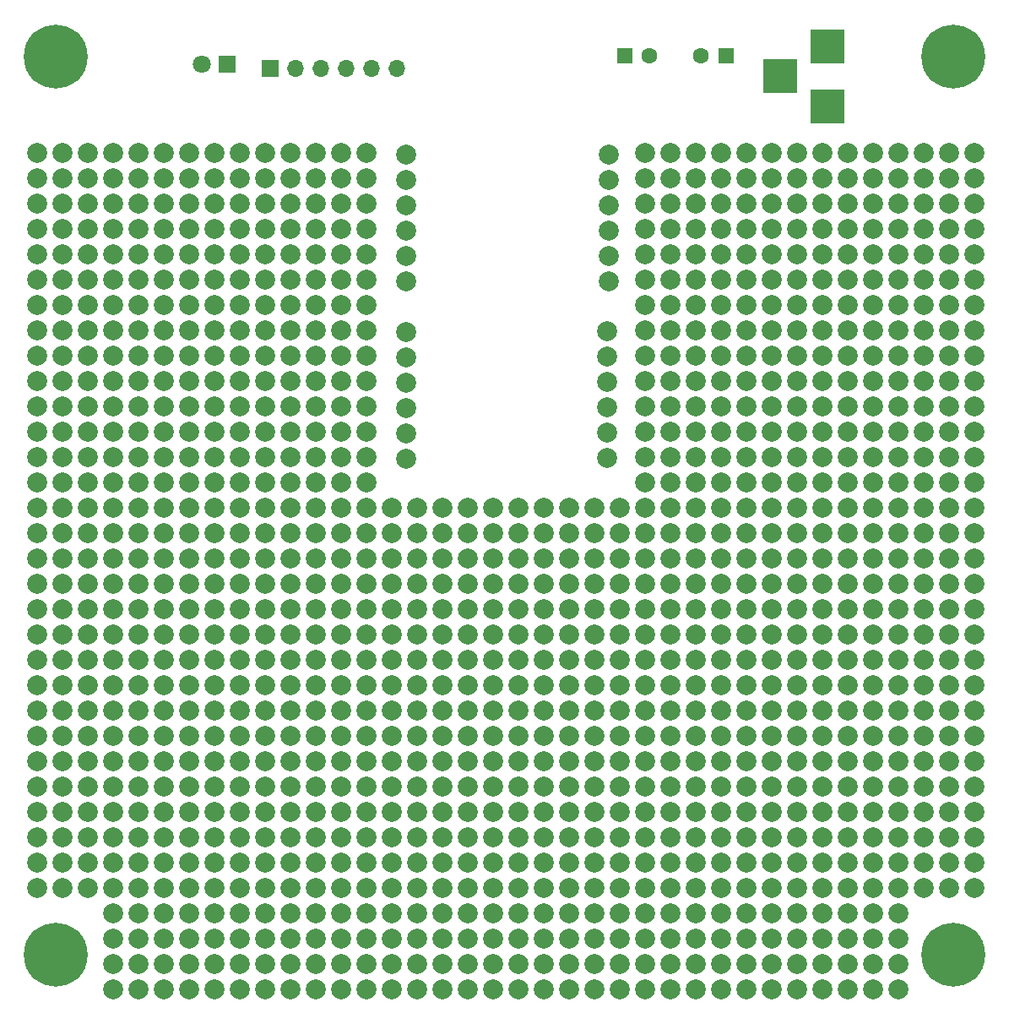
<source format=gbr>
G04 #@! TF.FileFunction,Soldermask,Bot*
%FSLAX46Y46*%
G04 Gerber Fmt 4.6, Leading zero omitted, Abs format (unit mm)*
G04 Created by KiCad (PCBNEW 4.0.6) date 07/25/17 01:14:20*
%MOMM*%
%LPD*%
G01*
G04 APERTURE LIST*
%ADD10C,0.100000*%
%ADD11C,2.000000*%
%ADD12C,6.400000*%
%ADD13R,1.600000X1.600000*%
%ADD14C,1.600000*%
%ADD15R,1.700000X1.700000*%
%ADD16O,1.700000X1.700000*%
%ADD17R,3.500000X3.500000*%
%ADD18R,1.800000X1.800000*%
%ADD19C,1.800000*%
G04 APERTURE END LIST*
D10*
D11*
X143510000Y-125095000D03*
X146050000Y-125095000D03*
X138430000Y-125095000D03*
X135890000Y-125095000D03*
X133350000Y-125095000D03*
X140970000Y-125095000D03*
X128270000Y-125095000D03*
X130810000Y-125095000D03*
X125730000Y-125095000D03*
X123190000Y-125095000D03*
X138430000Y-127635000D03*
X138430000Y-132715000D03*
X138430000Y-130175000D03*
X140970000Y-130175000D03*
X140970000Y-132715000D03*
X140970000Y-127635000D03*
X135890000Y-127635000D03*
X133350000Y-132715000D03*
X133350000Y-130175000D03*
X135890000Y-130175000D03*
X135890000Y-132715000D03*
X133350000Y-127635000D03*
X128270000Y-127635000D03*
X130810000Y-130175000D03*
X130810000Y-132715000D03*
X128270000Y-130175000D03*
X130810000Y-127635000D03*
X123190000Y-127635000D03*
X125730000Y-127635000D03*
X125730000Y-130175000D03*
X123190000Y-132715000D03*
X125730000Y-132715000D03*
X128270000Y-132715000D03*
X123190000Y-130175000D03*
X123190000Y-135255000D03*
X123190000Y-137795000D03*
X123190000Y-140335000D03*
X125730000Y-135255000D03*
X128270000Y-135255000D03*
X128270000Y-137795000D03*
X130810000Y-137795000D03*
X130810000Y-135255000D03*
X128270000Y-140335000D03*
X146050000Y-127635000D03*
X143510000Y-127635000D03*
X146050000Y-130175000D03*
X143510000Y-130175000D03*
X143510000Y-132715000D03*
X146050000Y-132715000D03*
X146050000Y-137795000D03*
X146050000Y-135255000D03*
X146050000Y-140335000D03*
X135890000Y-137795000D03*
X133350000Y-135255000D03*
X133350000Y-140335000D03*
X135890000Y-140335000D03*
X135890000Y-135255000D03*
X133350000Y-137795000D03*
X143510000Y-137795000D03*
X138430000Y-137795000D03*
X140970000Y-135255000D03*
X140970000Y-137795000D03*
X143510000Y-135255000D03*
X138430000Y-135255000D03*
X143510000Y-140335000D03*
X140970000Y-140335000D03*
X138430000Y-140335000D03*
X125730000Y-137795000D03*
X125730000Y-140335000D03*
X130810000Y-140335000D03*
X151130000Y-89535000D03*
X153670000Y-89535000D03*
X161290000Y-89535000D03*
X156210000Y-89535000D03*
X158750000Y-89535000D03*
X148590000Y-89535000D03*
X156210000Y-92075000D03*
X151130000Y-92075000D03*
X153670000Y-92075000D03*
X148590000Y-92075000D03*
X158750000Y-92075000D03*
X161290000Y-92075000D03*
X168910000Y-92075000D03*
X171450000Y-92075000D03*
X166370000Y-89535000D03*
X163830000Y-89535000D03*
X166370000Y-92075000D03*
X163830000Y-92075000D03*
X179070000Y-92075000D03*
X181610000Y-92075000D03*
X176530000Y-92075000D03*
X173990000Y-92075000D03*
X168910000Y-89535000D03*
X179070000Y-89535000D03*
X181610000Y-89535000D03*
X171450000Y-89535000D03*
X173990000Y-89535000D03*
X176530000Y-89535000D03*
X97790000Y-92075000D03*
X87630000Y-89535000D03*
X90170000Y-89535000D03*
X92710000Y-89535000D03*
X95250000Y-92075000D03*
X95250000Y-89535000D03*
X100330000Y-89535000D03*
X97790000Y-89535000D03*
X100330000Y-92075000D03*
X92710000Y-92075000D03*
X87630000Y-92075000D03*
X90170000Y-92075000D03*
X110490000Y-89535000D03*
X110490000Y-92075000D03*
X107950000Y-89535000D03*
X107950000Y-92075000D03*
X118110000Y-92075000D03*
X120650000Y-92075000D03*
X120650000Y-89535000D03*
X118110000Y-89535000D03*
X102870000Y-92075000D03*
X102870000Y-89535000D03*
X105410000Y-92075000D03*
X105410000Y-89535000D03*
X113030000Y-89535000D03*
X113030000Y-92075000D03*
X115570000Y-92075000D03*
X115570000Y-89535000D03*
X168910000Y-168275000D03*
X166370000Y-168275000D03*
X168910000Y-170815000D03*
X166370000Y-170815000D03*
X168910000Y-173355000D03*
X166370000Y-173355000D03*
X173990000Y-173355000D03*
X171450000Y-170815000D03*
X171450000Y-173355000D03*
X171450000Y-168275000D03*
X173990000Y-170815000D03*
X173990000Y-168275000D03*
X146050000Y-168275000D03*
X146050000Y-173355000D03*
X148590000Y-173355000D03*
X146050000Y-170815000D03*
X143510000Y-173355000D03*
X148590000Y-168275000D03*
X148590000Y-170815000D03*
X133350000Y-173355000D03*
X135890000Y-168275000D03*
X133350000Y-170815000D03*
X135890000Y-170815000D03*
X138430000Y-173355000D03*
X133350000Y-168275000D03*
X138430000Y-170815000D03*
X135890000Y-173355000D03*
X138430000Y-168275000D03*
X140970000Y-173355000D03*
X140970000Y-168275000D03*
X143510000Y-168275000D03*
X143510000Y-170815000D03*
X140970000Y-170815000D03*
X158750000Y-170815000D03*
X161290000Y-168275000D03*
X158750000Y-173355000D03*
X158750000Y-168275000D03*
X151130000Y-173355000D03*
X156210000Y-173355000D03*
X153670000Y-170815000D03*
X151130000Y-170815000D03*
X153670000Y-173355000D03*
X156210000Y-170815000D03*
X151130000Y-168275000D03*
X156210000Y-168275000D03*
X153670000Y-168275000D03*
X163830000Y-173355000D03*
X161290000Y-173355000D03*
X163830000Y-170815000D03*
X161290000Y-170815000D03*
X163830000Y-168275000D03*
X95250000Y-168275000D03*
X97790000Y-168275000D03*
X95250000Y-170815000D03*
X97790000Y-170815000D03*
X97790000Y-173355000D03*
X95250000Y-173355000D03*
X113030000Y-173355000D03*
X113030000Y-170815000D03*
X115570000Y-170815000D03*
X115570000Y-173355000D03*
X115570000Y-168275000D03*
X113030000Y-168275000D03*
X110490000Y-168275000D03*
X107950000Y-168275000D03*
X105410000Y-168275000D03*
X110490000Y-170815000D03*
X105410000Y-173355000D03*
X105410000Y-170815000D03*
X110490000Y-173355000D03*
X107950000Y-173355000D03*
X107950000Y-170815000D03*
X102870000Y-173355000D03*
X100330000Y-170815000D03*
X102870000Y-170815000D03*
X100330000Y-173355000D03*
X100330000Y-168275000D03*
X102870000Y-168275000D03*
X118110000Y-170815000D03*
X120650000Y-170815000D03*
X118110000Y-173355000D03*
X123190000Y-173355000D03*
X120650000Y-173355000D03*
X130810000Y-170815000D03*
X130810000Y-173355000D03*
X125730000Y-170815000D03*
X128270000Y-173355000D03*
X128270000Y-170815000D03*
X125730000Y-173355000D03*
X118110000Y-168275000D03*
X120650000Y-168275000D03*
X123190000Y-168275000D03*
X123190000Y-170815000D03*
X130810000Y-168275000D03*
X125730000Y-168275000D03*
X128270000Y-168275000D03*
X97790000Y-158115000D03*
X95250000Y-158115000D03*
X95250000Y-160655000D03*
X97790000Y-160655000D03*
X90170000Y-160655000D03*
X92710000Y-160655000D03*
X87630000Y-158115000D03*
X87630000Y-160655000D03*
X90170000Y-158115000D03*
X92710000Y-158115000D03*
X92710000Y-163195000D03*
X87630000Y-163195000D03*
X90170000Y-163195000D03*
X95250000Y-163195000D03*
X95250000Y-165735000D03*
X97790000Y-163195000D03*
X97790000Y-165735000D03*
X115570000Y-160655000D03*
X115570000Y-158115000D03*
X118110000Y-158115000D03*
X118110000Y-160655000D03*
X115570000Y-165735000D03*
X118110000Y-165735000D03*
X115570000Y-163195000D03*
X118110000Y-163195000D03*
X113030000Y-165735000D03*
X113030000Y-163195000D03*
X113030000Y-160655000D03*
X110490000Y-158115000D03*
X113030000Y-158115000D03*
X110490000Y-160655000D03*
X107950000Y-163195000D03*
X110490000Y-165735000D03*
X110490000Y-163195000D03*
X105410000Y-165735000D03*
X105410000Y-163195000D03*
X102870000Y-165735000D03*
X107950000Y-165735000D03*
X100330000Y-163195000D03*
X100330000Y-165735000D03*
X102870000Y-163195000D03*
X100330000Y-160655000D03*
X100330000Y-158115000D03*
X102870000Y-158115000D03*
X102870000Y-160655000D03*
X105410000Y-158115000D03*
X107950000Y-160655000D03*
X105410000Y-160655000D03*
X107950000Y-158115000D03*
X133350000Y-165735000D03*
X133350000Y-160655000D03*
X133350000Y-163195000D03*
X130810000Y-163195000D03*
X130810000Y-160655000D03*
X128270000Y-160655000D03*
X125730000Y-163195000D03*
X125730000Y-160655000D03*
X123190000Y-160655000D03*
X120650000Y-160655000D03*
X130810000Y-158115000D03*
X128270000Y-158115000D03*
X120650000Y-158115000D03*
X125730000Y-158115000D03*
X123190000Y-158115000D03*
X120650000Y-163195000D03*
X123190000Y-163195000D03*
X120650000Y-165735000D03*
X123190000Y-165735000D03*
X130810000Y-165735000D03*
X125730000Y-165735000D03*
X128270000Y-163195000D03*
X128270000Y-165735000D03*
X173990000Y-165735000D03*
X171450000Y-163195000D03*
X171450000Y-165735000D03*
X171450000Y-160655000D03*
X168910000Y-160655000D03*
X176530000Y-158115000D03*
X173990000Y-158115000D03*
X166370000Y-165735000D03*
X168910000Y-163195000D03*
X166370000Y-160655000D03*
X166370000Y-163195000D03*
X168910000Y-165735000D03*
X173990000Y-163195000D03*
X176530000Y-163195000D03*
X173990000Y-160655000D03*
X179070000Y-163195000D03*
X179070000Y-160655000D03*
X181610000Y-160655000D03*
X176530000Y-160655000D03*
X181610000Y-163195000D03*
X181610000Y-158115000D03*
X179070000Y-158115000D03*
X168910000Y-158115000D03*
X171450000Y-158115000D03*
X166370000Y-158115000D03*
X163830000Y-158115000D03*
X151130000Y-160655000D03*
X151130000Y-158115000D03*
X146050000Y-160655000D03*
X148590000Y-160655000D03*
X148590000Y-158115000D03*
X146050000Y-158115000D03*
X146050000Y-165735000D03*
X148590000Y-165735000D03*
X151130000Y-165735000D03*
X153670000Y-163195000D03*
X146050000Y-163195000D03*
X151130000Y-163195000D03*
X148590000Y-163195000D03*
X153670000Y-165735000D03*
X163830000Y-165735000D03*
X158750000Y-163195000D03*
X158750000Y-165735000D03*
X158750000Y-160655000D03*
X161290000Y-165735000D03*
X163830000Y-163195000D03*
X161290000Y-158115000D03*
X163830000Y-160655000D03*
X161290000Y-160655000D03*
X161290000Y-163195000D03*
X156210000Y-163195000D03*
X156210000Y-165735000D03*
X158750000Y-158115000D03*
X156210000Y-160655000D03*
X153670000Y-158115000D03*
X156210000Y-158115000D03*
X153670000Y-160655000D03*
X135890000Y-160655000D03*
X138430000Y-160655000D03*
X138430000Y-158115000D03*
X133350000Y-158115000D03*
X135890000Y-158115000D03*
X140970000Y-165735000D03*
X135890000Y-163195000D03*
X143510000Y-165735000D03*
X143510000Y-163195000D03*
X138430000Y-165735000D03*
X140970000Y-163195000D03*
X135890000Y-165735000D03*
X138430000Y-163195000D03*
X140970000Y-160655000D03*
X140970000Y-158115000D03*
X143510000Y-160655000D03*
X143510000Y-158115000D03*
X120650000Y-94615000D03*
X115570000Y-97155000D03*
X118110000Y-97155000D03*
X118110000Y-94615000D03*
X115570000Y-94615000D03*
X87630000Y-107315000D03*
X95250000Y-107315000D03*
X90170000Y-107315000D03*
X92710000Y-104775000D03*
X97790000Y-107315000D03*
X92710000Y-107315000D03*
X95250000Y-104775000D03*
X90170000Y-104775000D03*
X97790000Y-104775000D03*
X90170000Y-102235000D03*
X87630000Y-102235000D03*
X90170000Y-99695000D03*
X87630000Y-99695000D03*
X87630000Y-104775000D03*
X97790000Y-102235000D03*
X92710000Y-102235000D03*
X97790000Y-99695000D03*
X95250000Y-99695000D03*
X95250000Y-97155000D03*
X92710000Y-99695000D03*
X95250000Y-102235000D03*
X92710000Y-97155000D03*
X92710000Y-94615000D03*
X90170000Y-94615000D03*
X95250000Y-94615000D03*
X97790000Y-94615000D03*
X110490000Y-94615000D03*
X113030000Y-94615000D03*
X113030000Y-97155000D03*
X113030000Y-99695000D03*
X107950000Y-99695000D03*
X110490000Y-99695000D03*
X110490000Y-97155000D03*
X100330000Y-107315000D03*
X102870000Y-107315000D03*
X107950000Y-104775000D03*
X110490000Y-104775000D03*
X110490000Y-107315000D03*
X107950000Y-107315000D03*
X105410000Y-107315000D03*
X105410000Y-104775000D03*
X102870000Y-94615000D03*
X100330000Y-99695000D03*
X100330000Y-94615000D03*
X100330000Y-97155000D03*
X107950000Y-97155000D03*
X105410000Y-94615000D03*
X107950000Y-94615000D03*
X105410000Y-97155000D03*
X107950000Y-102235000D03*
X113030000Y-107315000D03*
X110490000Y-102235000D03*
X113030000Y-102235000D03*
X113030000Y-104775000D03*
X100330000Y-104775000D03*
X102870000Y-104775000D03*
X102870000Y-102235000D03*
X105410000Y-102235000D03*
X105410000Y-99695000D03*
X102870000Y-99695000D03*
X102870000Y-97155000D03*
X100330000Y-102235000D03*
X87630000Y-97155000D03*
X90170000Y-97155000D03*
X87630000Y-94615000D03*
X97790000Y-97155000D03*
X120650000Y-104775000D03*
X120650000Y-107315000D03*
X118110000Y-107315000D03*
X115570000Y-104775000D03*
X115570000Y-99695000D03*
X118110000Y-104775000D03*
X115570000Y-107315000D03*
X118110000Y-102235000D03*
X115570000Y-102235000D03*
X118110000Y-99695000D03*
X120650000Y-97155000D03*
X120650000Y-99695000D03*
X120650000Y-102235000D03*
X179070000Y-107315000D03*
X176530000Y-107315000D03*
X181610000Y-107315000D03*
X173990000Y-107315000D03*
X171450000Y-104775000D03*
X173990000Y-104775000D03*
X171450000Y-107315000D03*
X171450000Y-102235000D03*
X166370000Y-102235000D03*
X168910000Y-102235000D03*
X166370000Y-107315000D03*
X168910000Y-104775000D03*
X166370000Y-104775000D03*
X168910000Y-107315000D03*
X179070000Y-94615000D03*
X181610000Y-94615000D03*
X179070000Y-97155000D03*
X181610000Y-97155000D03*
X181610000Y-99695000D03*
X179070000Y-99695000D03*
X181610000Y-102235000D03*
X176530000Y-104775000D03*
X179070000Y-102235000D03*
X179070000Y-104775000D03*
X181610000Y-104775000D03*
X173990000Y-102235000D03*
X176530000Y-102235000D03*
X173990000Y-99695000D03*
X176530000Y-99695000D03*
X151130000Y-94615000D03*
X148590000Y-94615000D03*
X151130000Y-97155000D03*
X166370000Y-99695000D03*
X168910000Y-99695000D03*
X163830000Y-99695000D03*
X166370000Y-97155000D03*
X163830000Y-97155000D03*
X163830000Y-94615000D03*
X166370000Y-94615000D03*
X168910000Y-97155000D03*
X168910000Y-94615000D03*
X171450000Y-99695000D03*
X173990000Y-97155000D03*
X176530000Y-94615000D03*
X171450000Y-97155000D03*
X176530000Y-97155000D03*
X173990000Y-94615000D03*
X171450000Y-94615000D03*
X148590000Y-102235000D03*
X151130000Y-102235000D03*
X148590000Y-99695000D03*
X151130000Y-99695000D03*
X163830000Y-104775000D03*
X161290000Y-104775000D03*
X161290000Y-107315000D03*
X163830000Y-102235000D03*
X161290000Y-102235000D03*
X163830000Y-107315000D03*
X148590000Y-104775000D03*
X151130000Y-107315000D03*
X151130000Y-104775000D03*
X148590000Y-107315000D03*
X158750000Y-102235000D03*
X158750000Y-97155000D03*
X158750000Y-99695000D03*
X161290000Y-99695000D03*
X161290000Y-97155000D03*
X148590000Y-97155000D03*
X153670000Y-99695000D03*
X156210000Y-99695000D03*
X153670000Y-97155000D03*
X153670000Y-94615000D03*
X156210000Y-97155000D03*
X156210000Y-94615000D03*
X153670000Y-107315000D03*
X153670000Y-104775000D03*
X153670000Y-102235000D03*
X156210000Y-107315000D03*
X158750000Y-107315000D03*
X158750000Y-104775000D03*
X156210000Y-104775000D03*
X156210000Y-102235000D03*
X158750000Y-94615000D03*
X161290000Y-94615000D03*
X140970000Y-155575000D03*
X140970000Y-153035000D03*
X140970000Y-150495000D03*
X143510000Y-150495000D03*
X138430000Y-155575000D03*
X138430000Y-153035000D03*
X138430000Y-150495000D03*
X135890000Y-150495000D03*
X135890000Y-155575000D03*
X133350000Y-155575000D03*
X133350000Y-150495000D03*
X133350000Y-153035000D03*
X135890000Y-153035000D03*
X143510000Y-155575000D03*
X146050000Y-155575000D03*
X146050000Y-150495000D03*
X146050000Y-153035000D03*
X143510000Y-153035000D03*
X148590000Y-150495000D03*
X181610000Y-150495000D03*
X179070000Y-150495000D03*
X176530000Y-150495000D03*
X171450000Y-150495000D03*
X163830000Y-153035000D03*
X163830000Y-150495000D03*
X166370000Y-150495000D03*
X168910000Y-150495000D03*
X166370000Y-155575000D03*
X163830000Y-155575000D03*
X168910000Y-153035000D03*
X166370000Y-153035000D03*
X168910000Y-155575000D03*
X173990000Y-155575000D03*
X171450000Y-153035000D03*
X173990000Y-153035000D03*
X171450000Y-155575000D03*
X173990000Y-150495000D03*
X179070000Y-155575000D03*
X181610000Y-155575000D03*
X176530000Y-155575000D03*
X176530000Y-153035000D03*
X179070000Y-153035000D03*
X181610000Y-153035000D03*
X153670000Y-155575000D03*
X148590000Y-155575000D03*
X148590000Y-153035000D03*
X151130000Y-155575000D03*
X151130000Y-153035000D03*
X153670000Y-153035000D03*
X153670000Y-150495000D03*
X151130000Y-150495000D03*
X156210000Y-155575000D03*
X158750000Y-155575000D03*
X161290000Y-153035000D03*
X161290000Y-155575000D03*
X158750000Y-153035000D03*
X156210000Y-153035000D03*
X156210000Y-150495000D03*
X158750000Y-150495000D03*
X161290000Y-150495000D03*
X100330000Y-153035000D03*
X100330000Y-155575000D03*
X102870000Y-150495000D03*
X100330000Y-150495000D03*
X107950000Y-153035000D03*
X110490000Y-150495000D03*
X110490000Y-153035000D03*
X113030000Y-155575000D03*
X110490000Y-155575000D03*
X107950000Y-150495000D03*
X107950000Y-155575000D03*
X105410000Y-155575000D03*
X105410000Y-153035000D03*
X105410000Y-150495000D03*
X102870000Y-155575000D03*
X102870000Y-153035000D03*
X130810000Y-155575000D03*
X130810000Y-153035000D03*
X128270000Y-153035000D03*
X128270000Y-155575000D03*
X130810000Y-150495000D03*
X128270000Y-150495000D03*
X125730000Y-155575000D03*
X125730000Y-153035000D03*
X123190000Y-155575000D03*
X123190000Y-153035000D03*
X125730000Y-150495000D03*
X118110000Y-155575000D03*
X120650000Y-153035000D03*
X120650000Y-155575000D03*
X118110000Y-153035000D03*
X115570000Y-155575000D03*
X118110000Y-150495000D03*
X115570000Y-153035000D03*
X115570000Y-150495000D03*
X123190000Y-150495000D03*
X120650000Y-150495000D03*
X113030000Y-153035000D03*
X113030000Y-150495000D03*
X92710000Y-153035000D03*
X97790000Y-150495000D03*
X97790000Y-153035000D03*
X97790000Y-155575000D03*
X92710000Y-155575000D03*
X95250000Y-153035000D03*
X95250000Y-150495000D03*
X95250000Y-155575000D03*
X90170000Y-155575000D03*
X92710000Y-150495000D03*
X87630000Y-150495000D03*
X87630000Y-155575000D03*
X90170000Y-150495000D03*
X87630000Y-153035000D03*
X90170000Y-153035000D03*
X140970000Y-147955000D03*
X138430000Y-147955000D03*
X135890000Y-147955000D03*
X133350000Y-147955000D03*
X143510000Y-147955000D03*
X146050000Y-147955000D03*
X130810000Y-147955000D03*
X128270000Y-147955000D03*
X125730000Y-147955000D03*
X123190000Y-147955000D03*
X140970000Y-145415000D03*
X138430000Y-145415000D03*
X135890000Y-145415000D03*
X133350000Y-145415000D03*
X143510000Y-145415000D03*
X146050000Y-145415000D03*
X130810000Y-145415000D03*
X128270000Y-145415000D03*
X125730000Y-145415000D03*
X123190000Y-145415000D03*
X140970000Y-142875000D03*
X138430000Y-142875000D03*
X143510000Y-142875000D03*
X146050000Y-142875000D03*
X130810000Y-142875000D03*
X133350000Y-142875000D03*
X135890000Y-142875000D03*
X125730000Y-142875000D03*
X128270000Y-142875000D03*
X123190000Y-142875000D03*
X120650000Y-135255000D03*
X118110000Y-132715000D03*
X120650000Y-132715000D03*
X118110000Y-135255000D03*
X118110000Y-137795000D03*
X115570000Y-137795000D03*
X120650000Y-140335000D03*
X120650000Y-137795000D03*
X118110000Y-147955000D03*
X115570000Y-147955000D03*
X120650000Y-147955000D03*
X120650000Y-142875000D03*
X120650000Y-145415000D03*
X118110000Y-145415000D03*
X118110000Y-142875000D03*
X118110000Y-140335000D03*
X115570000Y-127635000D03*
X118110000Y-127635000D03*
X120650000Y-127635000D03*
X120650000Y-125095000D03*
X118110000Y-125095000D03*
X113030000Y-125095000D03*
X115570000Y-125095000D03*
X120650000Y-130175000D03*
X115570000Y-132715000D03*
X115570000Y-135255000D03*
X118110000Y-130175000D03*
X115570000Y-130175000D03*
X115570000Y-145415000D03*
X113030000Y-145415000D03*
X113030000Y-140335000D03*
X113030000Y-142875000D03*
X115570000Y-142875000D03*
X115570000Y-140335000D03*
X90170000Y-125095000D03*
X87630000Y-125095000D03*
X87630000Y-122555000D03*
X90170000Y-122555000D03*
X92710000Y-122555000D03*
X92710000Y-120015000D03*
X97790000Y-125095000D03*
X97790000Y-122555000D03*
X97790000Y-120015000D03*
X95250000Y-122555000D03*
X95250000Y-120015000D03*
X87630000Y-117475000D03*
X90170000Y-120015000D03*
X87630000Y-114935000D03*
X87630000Y-120015000D03*
X95250000Y-114935000D03*
X97790000Y-114935000D03*
X97790000Y-117475000D03*
X95250000Y-117475000D03*
X90170000Y-114935000D03*
X90170000Y-117475000D03*
X92710000Y-117475000D03*
X92710000Y-114935000D03*
X87630000Y-130175000D03*
X90170000Y-130175000D03*
X87630000Y-127635000D03*
X90170000Y-127635000D03*
X97790000Y-130175000D03*
X100330000Y-130175000D03*
X100330000Y-132715000D03*
X97790000Y-132715000D03*
X95250000Y-130175000D03*
X95250000Y-132715000D03*
X100330000Y-127635000D03*
X97790000Y-127635000D03*
X87630000Y-132715000D03*
X90170000Y-132715000D03*
X92710000Y-130175000D03*
X92710000Y-132715000D03*
X92710000Y-125095000D03*
X95250000Y-127635000D03*
X92710000Y-127635000D03*
X95250000Y-125095000D03*
X90170000Y-147955000D03*
X87630000Y-145415000D03*
X87630000Y-147955000D03*
X92710000Y-145415000D03*
X90170000Y-145415000D03*
X92710000Y-147955000D03*
X100330000Y-137795000D03*
X97790000Y-135255000D03*
X100330000Y-135255000D03*
X100330000Y-140335000D03*
X87630000Y-137795000D03*
X87630000Y-135255000D03*
X92710000Y-135255000D03*
X90170000Y-137795000D03*
X90170000Y-135255000D03*
X92710000Y-137795000D03*
X100330000Y-145415000D03*
X100330000Y-142875000D03*
X97790000Y-145415000D03*
X97790000Y-142875000D03*
X95250000Y-142875000D03*
X95250000Y-147955000D03*
X100330000Y-147955000D03*
X97790000Y-147955000D03*
X95250000Y-145415000D03*
X97790000Y-140335000D03*
X95250000Y-137795000D03*
X97790000Y-137795000D03*
X95250000Y-135255000D03*
X95250000Y-140335000D03*
X87630000Y-142875000D03*
X92710000Y-140335000D03*
X87630000Y-140335000D03*
X90170000Y-140335000D03*
X90170000Y-142875000D03*
X92710000Y-142875000D03*
X100330000Y-122555000D03*
X100330000Y-125095000D03*
X102870000Y-125095000D03*
X100330000Y-120015000D03*
X107950000Y-120015000D03*
X107950000Y-122555000D03*
X107950000Y-125095000D03*
X110490000Y-125095000D03*
X105410000Y-125095000D03*
X102870000Y-122555000D03*
X105410000Y-120015000D03*
X105410000Y-122555000D03*
X102870000Y-120015000D03*
X107950000Y-114935000D03*
X107950000Y-117475000D03*
X105410000Y-114935000D03*
X105410000Y-117475000D03*
X100330000Y-114935000D03*
X102870000Y-114935000D03*
X102870000Y-117475000D03*
X100330000Y-117475000D03*
X110490000Y-132715000D03*
X113030000Y-132715000D03*
X107950000Y-132715000D03*
X107950000Y-130175000D03*
X105410000Y-145415000D03*
X105410000Y-147955000D03*
X102870000Y-147955000D03*
X102870000Y-145415000D03*
X107950000Y-145415000D03*
X105410000Y-137795000D03*
X102870000Y-140335000D03*
X105410000Y-140335000D03*
X105410000Y-142875000D03*
X102870000Y-142875000D03*
X102870000Y-137795000D03*
X110490000Y-130175000D03*
X113030000Y-130175000D03*
X113030000Y-127635000D03*
X107950000Y-127635000D03*
X110490000Y-127635000D03*
X102870000Y-132715000D03*
X102870000Y-135255000D03*
X105410000Y-130175000D03*
X105410000Y-135255000D03*
X105410000Y-132715000D03*
X102870000Y-130175000D03*
X102870000Y-127635000D03*
X105410000Y-127635000D03*
X107950000Y-142875000D03*
X113030000Y-137795000D03*
X110490000Y-137795000D03*
X110490000Y-142875000D03*
X110490000Y-145415000D03*
X107950000Y-147955000D03*
X110490000Y-147955000D03*
X113030000Y-147955000D03*
X113030000Y-135255000D03*
X110490000Y-135255000D03*
X107950000Y-135255000D03*
X107950000Y-137795000D03*
X107950000Y-140335000D03*
X110490000Y-140335000D03*
X118110000Y-112395000D03*
X118110000Y-109855000D03*
X115570000Y-112395000D03*
X115570000Y-109855000D03*
X113030000Y-112395000D03*
X113030000Y-109855000D03*
X120650000Y-109855000D03*
X120650000Y-112395000D03*
X90170000Y-109855000D03*
X90170000Y-112395000D03*
X87630000Y-109855000D03*
X87630000Y-112395000D03*
X120650000Y-122555000D03*
X120650000Y-120015000D03*
X118110000Y-120015000D03*
X118110000Y-122555000D03*
X120650000Y-117475000D03*
X118110000Y-114935000D03*
X118110000Y-117475000D03*
X120650000Y-114935000D03*
X115570000Y-122555000D03*
X115570000Y-120015000D03*
X113030000Y-120015000D03*
X110490000Y-120015000D03*
X113030000Y-122555000D03*
X110490000Y-122555000D03*
X113030000Y-114935000D03*
X110490000Y-114935000D03*
X115570000Y-114935000D03*
X110490000Y-117475000D03*
X115570000Y-117475000D03*
X113030000Y-117475000D03*
X92710000Y-109855000D03*
X95250000Y-112395000D03*
X95250000Y-109855000D03*
X92710000Y-112395000D03*
X105410000Y-112395000D03*
X102870000Y-109855000D03*
X102870000Y-112395000D03*
X105410000Y-109855000D03*
X107950000Y-112395000D03*
X110490000Y-109855000D03*
X107950000Y-109855000D03*
X110490000Y-112395000D03*
X97790000Y-112395000D03*
X100330000Y-112395000D03*
X100330000Y-109855000D03*
X97790000Y-109855000D03*
X179070000Y-147955000D03*
X181610000Y-147955000D03*
X176530000Y-147955000D03*
X176530000Y-145415000D03*
X179070000Y-145415000D03*
X181610000Y-142875000D03*
X181610000Y-145415000D03*
X166370000Y-145415000D03*
X163830000Y-145415000D03*
X166370000Y-147955000D03*
X163830000Y-147955000D03*
X171450000Y-145415000D03*
X173990000Y-145415000D03*
X171450000Y-147955000D03*
X173990000Y-147955000D03*
X168910000Y-147955000D03*
X176530000Y-135255000D03*
X176530000Y-137795000D03*
X179070000Y-137795000D03*
X181610000Y-135255000D03*
X179070000Y-135255000D03*
X176530000Y-142875000D03*
X179070000Y-142875000D03*
X176530000Y-140335000D03*
X179070000Y-140335000D03*
X181610000Y-140335000D03*
X181610000Y-137795000D03*
X168910000Y-140335000D03*
X173990000Y-140335000D03*
X171450000Y-140335000D03*
X171450000Y-142875000D03*
X168910000Y-142875000D03*
X173990000Y-142875000D03*
X168910000Y-145415000D03*
X163830000Y-140335000D03*
X166370000Y-140335000D03*
X163830000Y-142875000D03*
X161290000Y-140335000D03*
X161290000Y-142875000D03*
X166370000Y-142875000D03*
X173990000Y-137795000D03*
X173990000Y-135255000D03*
X171450000Y-137795000D03*
X171450000Y-135255000D03*
X156210000Y-137795000D03*
X158750000Y-135255000D03*
X156210000Y-135255000D03*
X158750000Y-137795000D03*
X153670000Y-135255000D03*
X151130000Y-137795000D03*
X151130000Y-135255000D03*
X153670000Y-137795000D03*
X166370000Y-137795000D03*
X166370000Y-135255000D03*
X168910000Y-135255000D03*
X168910000Y-137795000D03*
X161290000Y-137795000D03*
X163830000Y-135255000D03*
X161290000Y-135255000D03*
X163830000Y-137795000D03*
X153670000Y-142875000D03*
X156210000Y-140335000D03*
X153670000Y-140335000D03*
X156210000Y-142875000D03*
X158750000Y-142875000D03*
X158750000Y-145415000D03*
X156210000Y-145415000D03*
X158750000Y-140335000D03*
X153670000Y-145415000D03*
X158750000Y-147955000D03*
X161290000Y-147955000D03*
X156210000Y-147955000D03*
X161290000Y-145415000D03*
X153670000Y-147955000D03*
X151130000Y-142875000D03*
X148590000Y-140335000D03*
X151130000Y-140335000D03*
X151130000Y-145415000D03*
X148590000Y-135255000D03*
X148590000Y-145415000D03*
X148590000Y-137795000D03*
X148590000Y-142875000D03*
X148590000Y-147955000D03*
X151130000Y-147955000D03*
X153670000Y-132715000D03*
X153670000Y-130175000D03*
X156210000Y-132715000D03*
X156210000Y-130175000D03*
X176530000Y-130175000D03*
X179070000Y-132715000D03*
X179070000Y-130175000D03*
X176530000Y-132715000D03*
X181610000Y-132715000D03*
X173990000Y-132715000D03*
X173990000Y-130175000D03*
X181610000Y-130175000D03*
X166370000Y-130175000D03*
X166370000Y-132715000D03*
X163830000Y-132715000D03*
X163830000Y-130175000D03*
X171450000Y-132715000D03*
X171450000Y-130175000D03*
X168910000Y-132715000D03*
X168910000Y-130175000D03*
X151130000Y-132715000D03*
X148590000Y-130175000D03*
X148590000Y-132715000D03*
X151130000Y-130175000D03*
X158750000Y-130175000D03*
X161290000Y-132715000D03*
X158750000Y-132715000D03*
X161290000Y-130175000D03*
X163830000Y-120015000D03*
X166370000Y-122555000D03*
X166370000Y-120015000D03*
X163830000Y-122555000D03*
X176530000Y-122555000D03*
X179070000Y-122555000D03*
X176530000Y-120015000D03*
X179070000Y-120015000D03*
X168910000Y-120015000D03*
X171450000Y-120015000D03*
X171450000Y-122555000D03*
X168910000Y-122555000D03*
X173990000Y-122555000D03*
X181610000Y-120015000D03*
X181610000Y-122555000D03*
X173990000Y-120015000D03*
X161290000Y-120015000D03*
X151130000Y-122555000D03*
X153670000Y-122555000D03*
X148590000Y-122555000D03*
X153670000Y-120015000D03*
X148590000Y-120015000D03*
X151130000Y-120015000D03*
X158750000Y-122555000D03*
X158750000Y-120015000D03*
X156210000Y-122555000D03*
X156210000Y-120015000D03*
X161290000Y-122555000D03*
X158750000Y-127635000D03*
X158750000Y-125095000D03*
X153670000Y-125095000D03*
X156210000Y-125095000D03*
X156210000Y-127635000D03*
X168910000Y-127635000D03*
X163830000Y-127635000D03*
X163830000Y-125095000D03*
X166370000Y-125095000D03*
X161290000Y-127635000D03*
X166370000Y-127635000D03*
X161290000Y-125095000D03*
X168910000Y-125095000D03*
X171450000Y-125095000D03*
X173990000Y-125095000D03*
X173990000Y-127635000D03*
X171450000Y-127635000D03*
X148590000Y-127635000D03*
X151130000Y-125095000D03*
X151130000Y-127635000D03*
X153670000Y-127635000D03*
X148590000Y-125095000D03*
X181610000Y-125095000D03*
X179070000Y-125095000D03*
X176530000Y-127635000D03*
X179070000Y-127635000D03*
X181610000Y-127635000D03*
X176530000Y-125095000D03*
X181610000Y-114935000D03*
X179070000Y-114935000D03*
X176530000Y-117475000D03*
X179070000Y-117475000D03*
X181610000Y-117475000D03*
X176530000Y-114935000D03*
X171450000Y-117475000D03*
X168910000Y-117475000D03*
X168910000Y-114935000D03*
X171450000Y-114935000D03*
X173990000Y-114935000D03*
X173990000Y-117475000D03*
X161290000Y-117475000D03*
X163830000Y-117475000D03*
X158750000Y-117475000D03*
X166370000Y-117475000D03*
X158750000Y-114935000D03*
X161290000Y-114935000D03*
X163830000Y-114935000D03*
X166370000Y-114935000D03*
X148590000Y-117475000D03*
X151130000Y-114935000D03*
X153670000Y-114935000D03*
X156210000Y-114935000D03*
X156210000Y-117475000D03*
X151130000Y-117475000D03*
X153670000Y-117475000D03*
X148590000Y-114935000D03*
X161290000Y-112395000D03*
X158750000Y-112395000D03*
X148590000Y-112395000D03*
X151130000Y-112395000D03*
X153670000Y-112395000D03*
X156210000Y-112395000D03*
X181610000Y-109855000D03*
X179070000Y-109855000D03*
X171450000Y-112395000D03*
X163830000Y-112395000D03*
X166370000Y-112395000D03*
X168910000Y-112395000D03*
X181610000Y-112395000D03*
X173990000Y-112395000D03*
X176530000Y-112395000D03*
X179070000Y-112395000D03*
X176530000Y-109855000D03*
X168910000Y-109855000D03*
X171450000Y-109855000D03*
X173990000Y-109855000D03*
X166370000Y-109855000D03*
X158750000Y-109855000D03*
X161290000Y-109855000D03*
X163830000Y-109855000D03*
X156210000Y-109855000D03*
X148590000Y-109855000D03*
X151130000Y-109855000D03*
D12*
X89530000Y-169850000D03*
X179530000Y-169850000D03*
X179530000Y-79850000D03*
D13*
X156720000Y-79740000D03*
D14*
X154220000Y-79740000D03*
D13*
X146560000Y-79740000D03*
D14*
X149060000Y-79740000D03*
D11*
X124630000Y-89700000D03*
X124630000Y-92240000D03*
X124630000Y-94780000D03*
X124630000Y-97320000D03*
X124630000Y-99860000D03*
X124630000Y-102400000D03*
X124630000Y-107480000D03*
X124630000Y-110020000D03*
X124630000Y-112560000D03*
X124630000Y-115100000D03*
X124630000Y-117640000D03*
X124630000Y-120180000D03*
X144950000Y-89700000D03*
X144950000Y-92240000D03*
X144950000Y-94780000D03*
X144950000Y-97320000D03*
X144950000Y-99860000D03*
X144950000Y-102400000D03*
X144780000Y-112475000D03*
X144780000Y-115015000D03*
X144780000Y-117555000D03*
X144780000Y-120095000D03*
D15*
X111000000Y-81010000D03*
D16*
X113540000Y-81010000D03*
X116080000Y-81010000D03*
X118620000Y-81010000D03*
X121160000Y-81010000D03*
X123700000Y-81010000D03*
D17*
X166880000Y-84820000D03*
X166880000Y-78820000D03*
X162180000Y-81820000D03*
D11*
X144780000Y-107395000D03*
X144780000Y-109935000D03*
X153670000Y-109855000D03*
D12*
X89530000Y-79850000D03*
D18*
X106680000Y-80645000D03*
D19*
X104140000Y-80645000D03*
M02*

</source>
